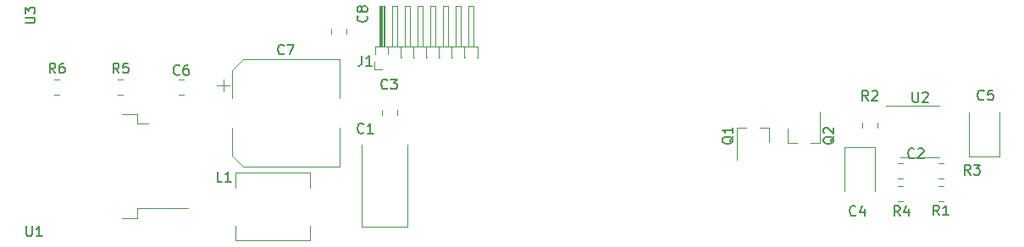
<source format=gbr>
%TF.GenerationSoftware,KiCad,Pcbnew,(5.1.8)-1*%
%TF.CreationDate,2021-02-16T03:44:48+08:00*%
%TF.ProjectId,VFD,5646442e-6b69-4636-9164-5f7063625858,rev?*%
%TF.SameCoordinates,Original*%
%TF.FileFunction,Legend,Top*%
%TF.FilePolarity,Positive*%
%FSLAX46Y46*%
G04 Gerber Fmt 4.6, Leading zero omitted, Abs format (unit mm)*
G04 Created by KiCad (PCBNEW (5.1.8)-1) date 2021-02-16 03:44:48*
%MOMM*%
%LPD*%
G01*
G04 APERTURE LIST*
%ADD10C,0.120000*%
%ADD11C,0.150000*%
G04 APERTURE END LIST*
D10*
%TO.C,U2*%
X166556000Y-108630000D02*
X168506000Y-108630000D01*
X166556000Y-108630000D02*
X164606000Y-108630000D01*
X166556000Y-103510000D02*
X168506000Y-103510000D01*
X166556000Y-103510000D02*
X163106000Y-103510000D01*
%TO.C,U1*%
X86764000Y-114710000D02*
X88264000Y-114710000D01*
X88264000Y-114710000D02*
X88264000Y-113760000D01*
X88264000Y-113760000D02*
X93389000Y-113760000D01*
X86764000Y-104310000D02*
X88264000Y-104310000D01*
X88264000Y-104310000D02*
X88264000Y-105260000D01*
X88264000Y-105260000D02*
X89364000Y-105260000D01*
%TO.C,R6*%
X80495252Y-102371000D02*
X79972748Y-102371000D01*
X80495252Y-100901000D02*
X79972748Y-100901000D01*
%TO.C,R5*%
X86845252Y-102371000D02*
X86322748Y-102371000D01*
X86845252Y-100901000D02*
X86322748Y-100901000D01*
%TO.C,R4*%
X164300748Y-111569000D02*
X164823252Y-111569000D01*
X164300748Y-113039000D02*
X164823252Y-113039000D01*
%TO.C,R3*%
X168364748Y-109283000D02*
X168887252Y-109283000D01*
X168364748Y-110753000D02*
X168887252Y-110753000D01*
%TO.C,R2*%
X162249000Y-105184748D02*
X162249000Y-105707252D01*
X160779000Y-105184748D02*
X160779000Y-105707252D01*
%TO.C,R1*%
X168887252Y-113039000D02*
X168364748Y-113039000D01*
X168887252Y-111569000D02*
X168364748Y-111569000D01*
%TO.C,Q2*%
X153330000Y-107222000D02*
X154260000Y-107222000D01*
X156490000Y-107222000D02*
X155560000Y-107222000D01*
X156490000Y-107222000D02*
X156490000Y-104062000D01*
X153330000Y-107222000D02*
X153330000Y-105762000D01*
%TO.C,Q1*%
X151410000Y-105702000D02*
X150480000Y-105702000D01*
X148250000Y-105702000D02*
X149180000Y-105702000D01*
X148250000Y-105702000D02*
X148250000Y-108862000D01*
X151410000Y-105702000D02*
X151410000Y-107162000D01*
%TO.C,L1*%
X105524000Y-110174000D02*
X98124000Y-110174000D01*
X98124000Y-110174000D02*
X98124000Y-111674000D01*
X105524000Y-110174000D02*
X105524000Y-111674000D01*
X98124000Y-116974000D02*
X105524000Y-116974000D01*
X105524000Y-116974000D02*
X105524000Y-115474000D01*
X98124000Y-116974000D02*
X98124000Y-115474000D01*
%TO.C,J1*%
X112051000Y-98336000D02*
X112051000Y-97536000D01*
X112051000Y-97536000D02*
X122331000Y-97536000D01*
X122331000Y-97536000D02*
X122331000Y-98656000D01*
X122331000Y-98656000D02*
X122255677Y-98656000D01*
X112486000Y-97536000D02*
X112486000Y-93536000D01*
X112486000Y-93536000D02*
X113006000Y-93536000D01*
X113006000Y-93536000D02*
X113006000Y-97536000D01*
X112546000Y-97536000D02*
X112546000Y-93536000D01*
X112666000Y-97536000D02*
X112666000Y-93536000D01*
X112786000Y-97536000D02*
X112786000Y-93536000D01*
X112906000Y-97536000D02*
X112906000Y-93536000D01*
X113381000Y-98336000D02*
X113381000Y-97536000D01*
X113756000Y-97536000D02*
X113756000Y-93536000D01*
X113756000Y-93536000D02*
X114276000Y-93536000D01*
X114276000Y-93536000D02*
X114276000Y-97536000D01*
X114651000Y-98656000D02*
X114651000Y-97536000D01*
X114635677Y-98656000D02*
X114666323Y-98656000D01*
X115026000Y-97536000D02*
X115026000Y-93536000D01*
X115026000Y-93536000D02*
X115546000Y-93536000D01*
X115546000Y-93536000D02*
X115546000Y-97536000D01*
X115921000Y-98656000D02*
X115921000Y-97536000D01*
X115905677Y-98656000D02*
X115936323Y-98656000D01*
X116296000Y-97536000D02*
X116296000Y-93536000D01*
X116296000Y-93536000D02*
X116816000Y-93536000D01*
X116816000Y-93536000D02*
X116816000Y-97536000D01*
X117191000Y-98656000D02*
X117191000Y-97536000D01*
X117175677Y-98656000D02*
X117206323Y-98656000D01*
X117566000Y-97536000D02*
X117566000Y-93536000D01*
X117566000Y-93536000D02*
X118086000Y-93536000D01*
X118086000Y-93536000D02*
X118086000Y-97536000D01*
X118461000Y-98656000D02*
X118461000Y-97536000D01*
X118445677Y-98656000D02*
X118476323Y-98656000D01*
X118836000Y-97536000D02*
X118836000Y-93536000D01*
X118836000Y-93536000D02*
X119356000Y-93536000D01*
X119356000Y-93536000D02*
X119356000Y-97536000D01*
X119731000Y-98656000D02*
X119731000Y-97536000D01*
X119715677Y-98656000D02*
X119746323Y-98656000D01*
X120106000Y-97536000D02*
X120106000Y-93536000D01*
X120106000Y-93536000D02*
X120626000Y-93536000D01*
X120626000Y-93536000D02*
X120626000Y-97536000D01*
X121001000Y-98656000D02*
X121001000Y-97536000D01*
X120985677Y-98656000D02*
X121016323Y-98656000D01*
X121376000Y-97536000D02*
X121376000Y-93536000D01*
X121376000Y-93536000D02*
X121896000Y-93536000D01*
X121896000Y-93536000D02*
X121896000Y-97536000D01*
X112746000Y-99856000D02*
X111986000Y-99856000D01*
X111986000Y-99856000D02*
X111986000Y-99096000D01*
%TO.C,C8*%
X107693000Y-96287752D02*
X107693000Y-95765248D01*
X109163000Y-96287752D02*
X109163000Y-95765248D01*
%TO.C,C7*%
X108490000Y-109570000D02*
X108490000Y-105720000D01*
X108490000Y-98850000D02*
X108490000Y-102700000D01*
X98834437Y-98850000D02*
X108490000Y-98850000D01*
X98834437Y-109570000D02*
X108490000Y-109570000D01*
X97770000Y-108505563D02*
X97770000Y-105720000D01*
X97770000Y-99914437D02*
X97770000Y-102700000D01*
X97770000Y-99914437D02*
X98834437Y-98850000D01*
X97770000Y-108505563D02*
X98834437Y-109570000D01*
X96280000Y-101450000D02*
X97530000Y-101450000D01*
X96905000Y-100825000D02*
X96905000Y-102075000D01*
%TO.C,C6*%
X92418748Y-100901000D02*
X92941252Y-100901000D01*
X92418748Y-102371000D02*
X92941252Y-102371000D01*
%TO.C,C5*%
X171434000Y-104204000D02*
X171434000Y-108589000D01*
X171434000Y-108589000D02*
X174454000Y-108589000D01*
X174454000Y-108589000D02*
X174454000Y-104204000D01*
%TO.C,C4*%
X162008000Y-112022000D02*
X162008000Y-107637000D01*
X162008000Y-107637000D02*
X158988000Y-107637000D01*
X158988000Y-107637000D02*
X158988000Y-112022000D01*
%TO.C,C3*%
X114243000Y-103914748D02*
X114243000Y-104437252D01*
X112773000Y-103914748D02*
X112773000Y-104437252D01*
%TO.C,C2*%
X164300748Y-109283000D02*
X164823252Y-109283000D01*
X164300748Y-110753000D02*
X164823252Y-110753000D01*
%TO.C,C1*%
X110740000Y-107384000D02*
X110740000Y-115619000D01*
X110740000Y-115619000D02*
X115260000Y-115619000D01*
X115260000Y-115619000D02*
X115260000Y-107384000D01*
%TO.C,U3*%
D11*
X77082380Y-95211904D02*
X77891904Y-95211904D01*
X77987142Y-95164285D01*
X78034761Y-95116666D01*
X78082380Y-95021428D01*
X78082380Y-94830952D01*
X78034761Y-94735714D01*
X77987142Y-94688095D01*
X77891904Y-94640476D01*
X77082380Y-94640476D01*
X77082380Y-94259523D02*
X77082380Y-93640476D01*
X77463333Y-93973809D01*
X77463333Y-93830952D01*
X77510952Y-93735714D01*
X77558571Y-93688095D01*
X77653809Y-93640476D01*
X77891904Y-93640476D01*
X77987142Y-93688095D01*
X78034761Y-93735714D01*
X78082380Y-93830952D01*
X78082380Y-94116666D01*
X78034761Y-94211904D01*
X77987142Y-94259523D01*
%TO.C,U2*%
X165794095Y-102122380D02*
X165794095Y-102931904D01*
X165841714Y-103027142D01*
X165889333Y-103074761D01*
X165984571Y-103122380D01*
X166175047Y-103122380D01*
X166270285Y-103074761D01*
X166317904Y-103027142D01*
X166365523Y-102931904D01*
X166365523Y-102122380D01*
X166794095Y-102217619D02*
X166841714Y-102170000D01*
X166936952Y-102122380D01*
X167175047Y-102122380D01*
X167270285Y-102170000D01*
X167317904Y-102217619D01*
X167365523Y-102312857D01*
X167365523Y-102408095D01*
X167317904Y-102550952D01*
X166746476Y-103122380D01*
X167365523Y-103122380D01*
%TO.C,U1*%
X77198095Y-115532380D02*
X77198095Y-116341904D01*
X77245714Y-116437142D01*
X77293333Y-116484761D01*
X77388571Y-116532380D01*
X77579047Y-116532380D01*
X77674285Y-116484761D01*
X77721904Y-116437142D01*
X77769523Y-116341904D01*
X77769523Y-115532380D01*
X78769523Y-116532380D02*
X78198095Y-116532380D01*
X78483809Y-116532380D02*
X78483809Y-115532380D01*
X78388571Y-115675238D01*
X78293333Y-115770476D01*
X78198095Y-115818095D01*
%TO.C,R6*%
X80103333Y-100212380D02*
X79770000Y-99736190D01*
X79531904Y-100212380D02*
X79531904Y-99212380D01*
X79912857Y-99212380D01*
X80008095Y-99260000D01*
X80055714Y-99307619D01*
X80103333Y-99402857D01*
X80103333Y-99545714D01*
X80055714Y-99640952D01*
X80008095Y-99688571D01*
X79912857Y-99736190D01*
X79531904Y-99736190D01*
X80960476Y-99212380D02*
X80770000Y-99212380D01*
X80674761Y-99260000D01*
X80627142Y-99307619D01*
X80531904Y-99450476D01*
X80484285Y-99640952D01*
X80484285Y-100021904D01*
X80531904Y-100117142D01*
X80579523Y-100164761D01*
X80674761Y-100212380D01*
X80865238Y-100212380D01*
X80960476Y-100164761D01*
X81008095Y-100117142D01*
X81055714Y-100021904D01*
X81055714Y-99783809D01*
X81008095Y-99688571D01*
X80960476Y-99640952D01*
X80865238Y-99593333D01*
X80674761Y-99593333D01*
X80579523Y-99640952D01*
X80531904Y-99688571D01*
X80484285Y-99783809D01*
%TO.C,R5*%
X86463333Y-100212380D02*
X86130000Y-99736190D01*
X85891904Y-100212380D02*
X85891904Y-99212380D01*
X86272857Y-99212380D01*
X86368095Y-99260000D01*
X86415714Y-99307619D01*
X86463333Y-99402857D01*
X86463333Y-99545714D01*
X86415714Y-99640952D01*
X86368095Y-99688571D01*
X86272857Y-99736190D01*
X85891904Y-99736190D01*
X87368095Y-99212380D02*
X86891904Y-99212380D01*
X86844285Y-99688571D01*
X86891904Y-99640952D01*
X86987142Y-99593333D01*
X87225238Y-99593333D01*
X87320476Y-99640952D01*
X87368095Y-99688571D01*
X87415714Y-99783809D01*
X87415714Y-100021904D01*
X87368095Y-100117142D01*
X87320476Y-100164761D01*
X87225238Y-100212380D01*
X86987142Y-100212380D01*
X86891904Y-100164761D01*
X86844285Y-100117142D01*
%TO.C,R4*%
X164533333Y-114512380D02*
X164200000Y-114036190D01*
X163961904Y-114512380D02*
X163961904Y-113512380D01*
X164342857Y-113512380D01*
X164438095Y-113560000D01*
X164485714Y-113607619D01*
X164533333Y-113702857D01*
X164533333Y-113845714D01*
X164485714Y-113940952D01*
X164438095Y-113988571D01*
X164342857Y-114036190D01*
X163961904Y-114036190D01*
X165390476Y-113845714D02*
X165390476Y-114512380D01*
X165152380Y-113464761D02*
X164914285Y-114179047D01*
X165533333Y-114179047D01*
%TO.C,R3*%
X171563333Y-110392380D02*
X171230000Y-109916190D01*
X170991904Y-110392380D02*
X170991904Y-109392380D01*
X171372857Y-109392380D01*
X171468095Y-109440000D01*
X171515714Y-109487619D01*
X171563333Y-109582857D01*
X171563333Y-109725714D01*
X171515714Y-109820952D01*
X171468095Y-109868571D01*
X171372857Y-109916190D01*
X170991904Y-109916190D01*
X171896666Y-109392380D02*
X172515714Y-109392380D01*
X172182380Y-109773333D01*
X172325238Y-109773333D01*
X172420476Y-109820952D01*
X172468095Y-109868571D01*
X172515714Y-109963809D01*
X172515714Y-110201904D01*
X172468095Y-110297142D01*
X172420476Y-110344761D01*
X172325238Y-110392380D01*
X172039523Y-110392380D01*
X171944285Y-110344761D01*
X171896666Y-110297142D01*
%TO.C,R2*%
X161373333Y-102962380D02*
X161040000Y-102486190D01*
X160801904Y-102962380D02*
X160801904Y-101962380D01*
X161182857Y-101962380D01*
X161278095Y-102010000D01*
X161325714Y-102057619D01*
X161373333Y-102152857D01*
X161373333Y-102295714D01*
X161325714Y-102390952D01*
X161278095Y-102438571D01*
X161182857Y-102486190D01*
X160801904Y-102486190D01*
X161754285Y-102057619D02*
X161801904Y-102010000D01*
X161897142Y-101962380D01*
X162135238Y-101962380D01*
X162230476Y-102010000D01*
X162278095Y-102057619D01*
X162325714Y-102152857D01*
X162325714Y-102248095D01*
X162278095Y-102390952D01*
X161706666Y-102962380D01*
X162325714Y-102962380D01*
%TO.C,R1*%
X168459333Y-114436380D02*
X168126000Y-113960190D01*
X167887904Y-114436380D02*
X167887904Y-113436380D01*
X168268857Y-113436380D01*
X168364095Y-113484000D01*
X168411714Y-113531619D01*
X168459333Y-113626857D01*
X168459333Y-113769714D01*
X168411714Y-113864952D01*
X168364095Y-113912571D01*
X168268857Y-113960190D01*
X167887904Y-113960190D01*
X169411714Y-114436380D02*
X168840285Y-114436380D01*
X169126000Y-114436380D02*
X169126000Y-113436380D01*
X169030761Y-113579238D01*
X168935523Y-113674476D01*
X168840285Y-113722095D01*
%TO.C,Q2*%
X157957619Y-106557238D02*
X157910000Y-106652476D01*
X157814761Y-106747714D01*
X157671904Y-106890571D01*
X157624285Y-106985809D01*
X157624285Y-107081047D01*
X157862380Y-107033428D02*
X157814761Y-107128666D01*
X157719523Y-107223904D01*
X157529047Y-107271523D01*
X157195714Y-107271523D01*
X157005238Y-107223904D01*
X156910000Y-107128666D01*
X156862380Y-107033428D01*
X156862380Y-106842952D01*
X156910000Y-106747714D01*
X157005238Y-106652476D01*
X157195714Y-106604857D01*
X157529047Y-106604857D01*
X157719523Y-106652476D01*
X157814761Y-106747714D01*
X157862380Y-106842952D01*
X157862380Y-107033428D01*
X156957619Y-106223904D02*
X156910000Y-106176285D01*
X156862380Y-106081047D01*
X156862380Y-105842952D01*
X156910000Y-105747714D01*
X156957619Y-105700095D01*
X157052857Y-105652476D01*
X157148095Y-105652476D01*
X157290952Y-105700095D01*
X157862380Y-106271523D01*
X157862380Y-105652476D01*
%TO.C,Q1*%
X147877619Y-106557238D02*
X147830000Y-106652476D01*
X147734761Y-106747714D01*
X147591904Y-106890571D01*
X147544285Y-106985809D01*
X147544285Y-107081047D01*
X147782380Y-107033428D02*
X147734761Y-107128666D01*
X147639523Y-107223904D01*
X147449047Y-107271523D01*
X147115714Y-107271523D01*
X146925238Y-107223904D01*
X146830000Y-107128666D01*
X146782380Y-107033428D01*
X146782380Y-106842952D01*
X146830000Y-106747714D01*
X146925238Y-106652476D01*
X147115714Y-106604857D01*
X147449047Y-106604857D01*
X147639523Y-106652476D01*
X147734761Y-106747714D01*
X147782380Y-106842952D01*
X147782380Y-107033428D01*
X147782380Y-105652476D02*
X147782380Y-106223904D01*
X147782380Y-105938190D02*
X146782380Y-105938190D01*
X146925238Y-106033428D01*
X147020476Y-106128666D01*
X147068095Y-106223904D01*
%TO.C,L1*%
X96793333Y-111092380D02*
X96317142Y-111092380D01*
X96317142Y-110092380D01*
X97650476Y-111092380D02*
X97079047Y-111092380D01*
X97364761Y-111092380D02*
X97364761Y-110092380D01*
X97269523Y-110235238D01*
X97174285Y-110330476D01*
X97079047Y-110378095D01*
%TO.C,J1*%
X110736666Y-98472380D02*
X110736666Y-99186666D01*
X110689047Y-99329523D01*
X110593809Y-99424761D01*
X110450952Y-99472380D01*
X110355714Y-99472380D01*
X111736666Y-99472380D02*
X111165238Y-99472380D01*
X111450952Y-99472380D02*
X111450952Y-98472380D01*
X111355714Y-98615238D01*
X111260476Y-98710476D01*
X111165238Y-98758095D01*
%TO.C,C8*%
X111197142Y-94476666D02*
X111244761Y-94524285D01*
X111292380Y-94667142D01*
X111292380Y-94762380D01*
X111244761Y-94905238D01*
X111149523Y-95000476D01*
X111054285Y-95048095D01*
X110863809Y-95095714D01*
X110720952Y-95095714D01*
X110530476Y-95048095D01*
X110435238Y-95000476D01*
X110340000Y-94905238D01*
X110292380Y-94762380D01*
X110292380Y-94667142D01*
X110340000Y-94524285D01*
X110387619Y-94476666D01*
X110720952Y-93905238D02*
X110673333Y-94000476D01*
X110625714Y-94048095D01*
X110530476Y-94095714D01*
X110482857Y-94095714D01*
X110387619Y-94048095D01*
X110340000Y-94000476D01*
X110292380Y-93905238D01*
X110292380Y-93714761D01*
X110340000Y-93619523D01*
X110387619Y-93571904D01*
X110482857Y-93524285D01*
X110530476Y-93524285D01*
X110625714Y-93571904D01*
X110673333Y-93619523D01*
X110720952Y-93714761D01*
X110720952Y-93905238D01*
X110768571Y-94000476D01*
X110816190Y-94048095D01*
X110911428Y-94095714D01*
X111101904Y-94095714D01*
X111197142Y-94048095D01*
X111244761Y-94000476D01*
X111292380Y-93905238D01*
X111292380Y-93714761D01*
X111244761Y-93619523D01*
X111197142Y-93571904D01*
X111101904Y-93524285D01*
X110911428Y-93524285D01*
X110816190Y-93571904D01*
X110768571Y-93619523D01*
X110720952Y-93714761D01*
%TO.C,C7*%
X102963333Y-98267142D02*
X102915714Y-98314761D01*
X102772857Y-98362380D01*
X102677619Y-98362380D01*
X102534761Y-98314761D01*
X102439523Y-98219523D01*
X102391904Y-98124285D01*
X102344285Y-97933809D01*
X102344285Y-97790952D01*
X102391904Y-97600476D01*
X102439523Y-97505238D01*
X102534761Y-97410000D01*
X102677619Y-97362380D01*
X102772857Y-97362380D01*
X102915714Y-97410000D01*
X102963333Y-97457619D01*
X103296666Y-97362380D02*
X103963333Y-97362380D01*
X103534761Y-98362380D01*
%TO.C,C6*%
X92513333Y-100313142D02*
X92465714Y-100360761D01*
X92322857Y-100408380D01*
X92227619Y-100408380D01*
X92084761Y-100360761D01*
X91989523Y-100265523D01*
X91941904Y-100170285D01*
X91894285Y-99979809D01*
X91894285Y-99836952D01*
X91941904Y-99646476D01*
X91989523Y-99551238D01*
X92084761Y-99456000D01*
X92227619Y-99408380D01*
X92322857Y-99408380D01*
X92465714Y-99456000D01*
X92513333Y-99503619D01*
X93370476Y-99408380D02*
X93180000Y-99408380D01*
X93084761Y-99456000D01*
X93037142Y-99503619D01*
X92941904Y-99646476D01*
X92894285Y-99836952D01*
X92894285Y-100217904D01*
X92941904Y-100313142D01*
X92989523Y-100360761D01*
X93084761Y-100408380D01*
X93275238Y-100408380D01*
X93370476Y-100360761D01*
X93418095Y-100313142D01*
X93465714Y-100217904D01*
X93465714Y-99979809D01*
X93418095Y-99884571D01*
X93370476Y-99836952D01*
X93275238Y-99789333D01*
X93084761Y-99789333D01*
X92989523Y-99836952D01*
X92941904Y-99884571D01*
X92894285Y-99979809D01*
%TO.C,C5*%
X172913333Y-102837142D02*
X172865714Y-102884761D01*
X172722857Y-102932380D01*
X172627619Y-102932380D01*
X172484761Y-102884761D01*
X172389523Y-102789523D01*
X172341904Y-102694285D01*
X172294285Y-102503809D01*
X172294285Y-102360952D01*
X172341904Y-102170476D01*
X172389523Y-102075238D01*
X172484761Y-101980000D01*
X172627619Y-101932380D01*
X172722857Y-101932380D01*
X172865714Y-101980000D01*
X172913333Y-102027619D01*
X173818095Y-101932380D02*
X173341904Y-101932380D01*
X173294285Y-102408571D01*
X173341904Y-102360952D01*
X173437142Y-102313333D01*
X173675238Y-102313333D01*
X173770476Y-102360952D01*
X173818095Y-102408571D01*
X173865714Y-102503809D01*
X173865714Y-102741904D01*
X173818095Y-102837142D01*
X173770476Y-102884761D01*
X173675238Y-102932380D01*
X173437142Y-102932380D01*
X173341904Y-102884761D01*
X173294285Y-102837142D01*
%TO.C,C4*%
X160123333Y-114407142D02*
X160075714Y-114454761D01*
X159932857Y-114502380D01*
X159837619Y-114502380D01*
X159694761Y-114454761D01*
X159599523Y-114359523D01*
X159551904Y-114264285D01*
X159504285Y-114073809D01*
X159504285Y-113930952D01*
X159551904Y-113740476D01*
X159599523Y-113645238D01*
X159694761Y-113550000D01*
X159837619Y-113502380D01*
X159932857Y-113502380D01*
X160075714Y-113550000D01*
X160123333Y-113597619D01*
X160980476Y-113835714D02*
X160980476Y-114502380D01*
X160742380Y-113454761D02*
X160504285Y-114169047D01*
X161123333Y-114169047D01*
%TO.C,C3*%
X113303333Y-101727142D02*
X113255714Y-101774761D01*
X113112857Y-101822380D01*
X113017619Y-101822380D01*
X112874761Y-101774761D01*
X112779523Y-101679523D01*
X112731904Y-101584285D01*
X112684285Y-101393809D01*
X112684285Y-101250952D01*
X112731904Y-101060476D01*
X112779523Y-100965238D01*
X112874761Y-100870000D01*
X113017619Y-100822380D01*
X113112857Y-100822380D01*
X113255714Y-100870000D01*
X113303333Y-100917619D01*
X113636666Y-100822380D02*
X114255714Y-100822380D01*
X113922380Y-101203333D01*
X114065238Y-101203333D01*
X114160476Y-101250952D01*
X114208095Y-101298571D01*
X114255714Y-101393809D01*
X114255714Y-101631904D01*
X114208095Y-101727142D01*
X114160476Y-101774761D01*
X114065238Y-101822380D01*
X113779523Y-101822380D01*
X113684285Y-101774761D01*
X113636666Y-101727142D01*
%TO.C,C2*%
X165953333Y-108647142D02*
X165905714Y-108694761D01*
X165762857Y-108742380D01*
X165667619Y-108742380D01*
X165524761Y-108694761D01*
X165429523Y-108599523D01*
X165381904Y-108504285D01*
X165334285Y-108313809D01*
X165334285Y-108170952D01*
X165381904Y-107980476D01*
X165429523Y-107885238D01*
X165524761Y-107790000D01*
X165667619Y-107742380D01*
X165762857Y-107742380D01*
X165905714Y-107790000D01*
X165953333Y-107837619D01*
X166334285Y-107837619D02*
X166381904Y-107790000D01*
X166477142Y-107742380D01*
X166715238Y-107742380D01*
X166810476Y-107790000D01*
X166858095Y-107837619D01*
X166905714Y-107932857D01*
X166905714Y-108028095D01*
X166858095Y-108170952D01*
X166286666Y-108742380D01*
X166905714Y-108742380D01*
%TO.C,C1*%
X110933333Y-106147142D02*
X110885714Y-106194761D01*
X110742857Y-106242380D01*
X110647619Y-106242380D01*
X110504761Y-106194761D01*
X110409523Y-106099523D01*
X110361904Y-106004285D01*
X110314285Y-105813809D01*
X110314285Y-105670952D01*
X110361904Y-105480476D01*
X110409523Y-105385238D01*
X110504761Y-105290000D01*
X110647619Y-105242380D01*
X110742857Y-105242380D01*
X110885714Y-105290000D01*
X110933333Y-105337619D01*
X111885714Y-106242380D02*
X111314285Y-106242380D01*
X111600000Y-106242380D02*
X111600000Y-105242380D01*
X111504761Y-105385238D01*
X111409523Y-105480476D01*
X111314285Y-105528095D01*
%TD*%
M02*

</source>
